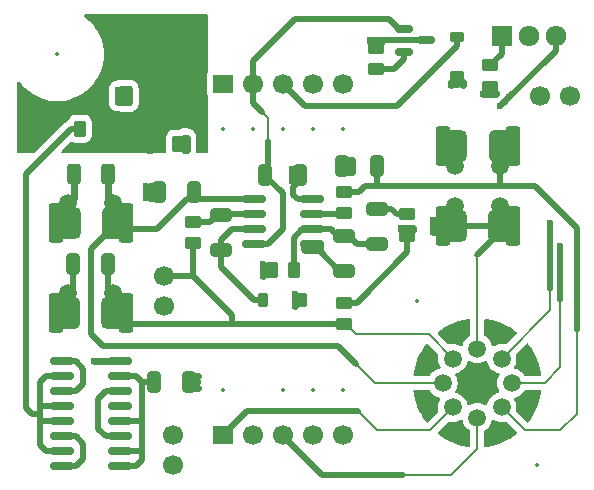
<source format=gtl>
%TF.GenerationSoftware,KiCad,Pcbnew,8.0.6*%
%TF.CreationDate,2024-11-19T20:08:14+01:00*%
%TF.ProjectId,3458A Ref A9 Clone,33343538-4120-4526-9566-20413920436c,rev?*%
%TF.SameCoordinates,Original*%
%TF.FileFunction,Copper,L1,Top*%
%TF.FilePolarity,Positive*%
%FSLAX46Y46*%
G04 Gerber Fmt 4.6, Leading zero omitted, Abs format (unit mm)*
G04 Created by KiCad (PCBNEW 8.0.6) date 2024-11-19 20:08:14*
%MOMM*%
%LPD*%
G01*
G04 APERTURE LIST*
G04 Aperture macros list*
%AMRoundRect*
0 Rectangle with rounded corners*
0 $1 Rounding radius*
0 $2 $3 $4 $5 $6 $7 $8 $9 X,Y pos of 4 corners*
0 Add a 4 corners polygon primitive as box body*
4,1,4,$2,$3,$4,$5,$6,$7,$8,$9,$2,$3,0*
0 Add four circle primitives for the rounded corners*
1,1,$1+$1,$2,$3*
1,1,$1+$1,$4,$5*
1,1,$1+$1,$6,$7*
1,1,$1+$1,$8,$9*
0 Add four rect primitives between the rounded corners*
20,1,$1+$1,$2,$3,$4,$5,0*
20,1,$1+$1,$4,$5,$6,$7,0*
20,1,$1+$1,$6,$7,$8,$9,0*
20,1,$1+$1,$8,$9,$2,$3,0*%
G04 Aperture macros list end*
%TA.AperFunction,EtchedComponent*%
%ADD10C,0.000000*%
%TD*%
%TA.AperFunction,ComponentPad*%
%ADD11C,1.500000*%
%TD*%
%TA.AperFunction,SMDPad,CuDef*%
%ADD12RoundRect,0.250000X-0.362500X-1.425000X0.362500X-1.425000X0.362500X1.425000X-0.362500X1.425000X0*%
%TD*%
%TA.AperFunction,SMDPad,CuDef*%
%ADD13RoundRect,0.405613X-0.588137X-0.919387X0.588137X-0.919387X0.588137X0.919387X-0.588137X0.919387X0*%
%TD*%
%TA.AperFunction,SMDPad,CuDef*%
%ADD14RoundRect,0.420919X-0.610331X-0.904081X0.610331X-0.904081X0.610331X0.904081X-0.610331X0.904081X0*%
%TD*%
%TA.AperFunction,SMDPad,CuDef*%
%ADD15RoundRect,0.250000X0.362500X1.425000X-0.362500X1.425000X-0.362500X-1.425000X0.362500X-1.425000X0*%
%TD*%
%TA.AperFunction,SMDPad,CuDef*%
%ADD16RoundRect,0.405613X0.588137X0.919387X-0.588137X0.919387X-0.588137X-0.919387X0.588137X-0.919387X0*%
%TD*%
%TA.AperFunction,SMDPad,CuDef*%
%ADD17RoundRect,0.420919X0.610331X0.904081X-0.610331X0.904081X-0.610331X-0.904081X0.610331X-0.904081X0*%
%TD*%
%TA.AperFunction,SMDPad,CuDef*%
%ADD18RoundRect,0.150000X0.825000X0.150000X-0.825000X0.150000X-0.825000X-0.150000X0.825000X-0.150000X0*%
%TD*%
%TA.AperFunction,SMDPad,CuDef*%
%ADD19RoundRect,0.225000X-0.375000X0.225000X-0.375000X-0.225000X0.375000X-0.225000X0.375000X0.225000X0*%
%TD*%
%TA.AperFunction,SMDPad,CuDef*%
%ADD20RoundRect,0.250000X0.262500X0.450000X-0.262500X0.450000X-0.262500X-0.450000X0.262500X-0.450000X0*%
%TD*%
%TA.AperFunction,SMDPad,CuDef*%
%ADD21RoundRect,0.250000X-0.450000X0.262500X-0.450000X-0.262500X0.450000X-0.262500X0.450000X0.262500X0*%
%TD*%
%TA.AperFunction,SMDPad,CuDef*%
%ADD22RoundRect,0.250000X-0.650000X0.325000X-0.650000X-0.325000X0.650000X-0.325000X0.650000X0.325000X0*%
%TD*%
%TA.AperFunction,SMDPad,CuDef*%
%ADD23RoundRect,0.250000X-0.262500X-0.450000X0.262500X-0.450000X0.262500X0.450000X-0.262500X0.450000X0*%
%TD*%
%TA.AperFunction,SMDPad,CuDef*%
%ADD24RoundRect,0.250000X0.650000X-0.325000X0.650000X0.325000X-0.650000X0.325000X-0.650000X-0.325000X0*%
%TD*%
%TA.AperFunction,ComponentPad*%
%ADD25R,1.700000X1.524000*%
%TD*%
%TA.AperFunction,ComponentPad*%
%ADD26C,1.700000*%
%TD*%
%TA.AperFunction,SMDPad,CuDef*%
%ADD27RoundRect,0.150000X-0.825000X-0.150000X0.825000X-0.150000X0.825000X0.150000X-0.825000X0.150000X0*%
%TD*%
%TA.AperFunction,SMDPad,CuDef*%
%ADD28RoundRect,0.250000X-0.312500X-0.625000X0.312500X-0.625000X0.312500X0.625000X-0.312500X0.625000X0*%
%TD*%
%TA.AperFunction,SMDPad,CuDef*%
%ADD29RoundRect,0.250000X-0.325000X-0.650000X0.325000X-0.650000X0.325000X0.650000X-0.325000X0.650000X0*%
%TD*%
%TA.AperFunction,SMDPad,CuDef*%
%ADD30RoundRect,0.250000X0.325000X0.650000X-0.325000X0.650000X-0.325000X-0.650000X0.325000X-0.650000X0*%
%TD*%
%TA.AperFunction,SMDPad,CuDef*%
%ADD31RoundRect,0.225000X0.225000X0.375000X-0.225000X0.375000X-0.225000X-0.375000X0.225000X-0.375000X0*%
%TD*%
%TA.AperFunction,SMDPad,CuDef*%
%ADD32RoundRect,0.250000X0.450000X-0.262500X0.450000X0.262500X-0.450000X0.262500X-0.450000X-0.262500X0*%
%TD*%
%TA.AperFunction,ComponentPad*%
%ADD33R,1.710000X1.800000*%
%TD*%
%TA.AperFunction,ComponentPad*%
%ADD34O,1.710000X1.800000*%
%TD*%
%TA.AperFunction,SMDPad,CuDef*%
%ADD35RoundRect,0.150000X-0.587500X-0.150000X0.587500X-0.150000X0.587500X0.150000X-0.587500X0.150000X0*%
%TD*%
%TA.AperFunction,SMDPad,CuDef*%
%ADD36R,0.500000X0.500000*%
%TD*%
%TA.AperFunction,ViaPad*%
%ADD37C,0.600000*%
%TD*%
%TA.AperFunction,Conductor*%
%ADD38C,0.508000*%
%TD*%
%TA.AperFunction,Conductor*%
%ADD39C,0.200000*%
%TD*%
%TA.AperFunction,Conductor*%
%ADD40C,0.600000*%
%TD*%
%ADD41C,0.300000*%
%ADD42C,0.350000*%
G04 APERTURE END LIST*
D10*
%TA.AperFunction,EtchedComponent*%
%TO.C,JP1*%
G36*
X171041799Y-111502000D02*
G01*
X168179799Y-111502000D01*
X168179799Y-111002000D01*
X171041799Y-111002000D01*
X171041799Y-111502000D01*
G37*
%TD.AperFunction*%
%TD*%
D11*
%TO.P,R3,2*%
%TO.N,Net-(JP1-A)*%
X171551600Y-109524800D03*
%TO.P,R3,1*%
%TO.N,+7V REF*%
X167741600Y-109524800D03*
D12*
X166709500Y-111252000D03*
D13*
X167740750Y-111252000D03*
D14*
%TO.P,R3,2*%
%TO.N,Net-(JP1-A)*%
X171565750Y-111252000D03*
D12*
X172634500Y-111252000D03*
%TD*%
%TO.P,R415,2*%
%TO.N,Net-(U402B-+)*%
X139893900Y-110998000D03*
D14*
X138861800Y-110998000D03*
D11*
X138811000Y-109270800D03*
D13*
%TO.P,R415,1*%
%TO.N,+7V REF*%
X135036800Y-110998000D03*
D11*
X135001000Y-109270800D03*
D12*
X133968900Y-110998000D03*
%TD*%
%TO.P,R413,2*%
%TO.N,Net-(C414-Pad1)*%
X172634500Y-104444800D03*
D14*
X171602400Y-104444800D03*
D11*
X171577000Y-106172000D03*
D13*
%TO.P,R413,1*%
%TO.N,+7V REF*%
X167777400Y-104444800D03*
D11*
X167767000Y-106172000D03*
D12*
X166709500Y-104444800D03*
%TD*%
D11*
%TO.P,R414,2*%
%TO.N,J400 (2): REF GND*%
X135001000Y-116890800D03*
%TO.P,R414,1*%
%TO.N,ZD-*%
X138811000Y-116890800D03*
D15*
X139868500Y-118618000D03*
D16*
X138800600Y-118618000D03*
D17*
%TO.P,R414,2*%
%TO.N,J400 (2): REF GND*%
X134975600Y-118618000D03*
D15*
X133943500Y-118618000D03*
%TD*%
D18*
%TO.P,U402,1*%
%TO.N,Net-(C1-Pad1)*%
X155637000Y-112776000D03*
%TO.P,U402,2,-*%
%TO.N,Net-(U402A--)*%
X155637000Y-111506000D03*
%TO.P,U402,3,+*%
%TO.N,Net-(U402A-+)*%
X155637000Y-110236000D03*
%TO.P,U402,4,V-*%
%TO.N,J400 (2): REF GND*%
X155637000Y-108966000D03*
%TO.P,U402,5,+*%
%TO.N,Net-(U402B-+)*%
X150687000Y-108966000D03*
%TO.P,U402,6,-*%
%TO.N,Net-(U402B--)*%
X150687000Y-110236000D03*
%TO.P,U402,7*%
%TO.N,Net-(D400-A)*%
X150687000Y-111506000D03*
%TO.P,U402,8,V+*%
%TO.N,+18*%
X150687000Y-112776000D03*
%TD*%
D19*
%TO.P,D401,1,K*%
%TO.N,J401 (3): GND Heater*%
X167894000Y-95251000D03*
%TO.P,D401,2,A*%
%TO.N,Net-(D401-A)*%
X167894000Y-98551000D03*
%TD*%
D20*
%TO.P,R416,1*%
%TO.N,Net-(U402A--)*%
X154074500Y-114935000D03*
%TO.P,R416,2*%
%TO.N,J400 (1): Temp*%
X152249500Y-114935000D03*
%TD*%
D21*
%TO.P,R1,1*%
%TO.N,Net-(U402B--)*%
X145542000Y-110847500D03*
%TO.P,R1,2*%
%TO.N,ZD-*%
X145542000Y-112672500D03*
%TD*%
D22*
%TO.P,C412,1*%
%TO.N,Net-(C412-Pad1)*%
X161163000Y-109776999D03*
%TO.P,C412,2*%
%TO.N,Net-(U402A--)*%
X161163000Y-112727001D03*
%TD*%
D23*
%TO.P,R5,1*%
%TO.N,J400 (2): REF GND*%
X135993500Y-102997000D03*
%TO.P,R5,2*%
%TO.N,-15*%
X137818500Y-102997000D03*
%TD*%
D24*
%TO.P,C1,1*%
%TO.N,Net-(C1-Pad1)*%
X158369000Y-115013001D03*
%TO.P,C1,2*%
%TO.N,Net-(U402A--)*%
X158369000Y-112062999D03*
%TD*%
D11*
%TO.P,U401,1*%
%TO.N,Net-(Q401-E)*%
X172543018Y-124519986D03*
%TO.P,U401,2*%
%TO.N,Net-(D401-A)*%
X171687770Y-122455234D03*
%TO.P,U401,3*%
%TO.N,Net-(JP1-A)*%
X169623018Y-121599986D03*
%TO.P,U401,4*%
%TO.N,ZD-*%
X167558266Y-122455234D03*
%TO.P,U401,5*%
%TO.N,Net-(U402B-+)*%
X166703018Y-124519986D03*
%TO.P,U401,6*%
%TO.N,J400 (1): Temp*%
X167558266Y-126584738D03*
%TO.P,U401,7*%
%TO.N,J400 (2): REF GND*%
X169623018Y-127439986D03*
%TO.P,U401,8*%
%TO.N,Net-(C414-Pad1)*%
X171687770Y-126584738D03*
%TD*%
D25*
%TO.P,J400,1,Pin_1*%
%TO.N,J400 (1): Temp*%
X148080000Y-128940000D03*
D26*
%TO.P,J400,2,Pin_2*%
%TO.N,unconnected-(J400-Pin_2-Pad2)*%
X150620000Y-128940000D03*
%TO.P,J400,3,Pin_3*%
%TO.N,J400 (2): REF GND*%
X153160000Y-128940000D03*
%TO.P,J400,4,Pin_4*%
%TO.N,+7V REF*%
X155700000Y-128940000D03*
%TO.P,J400,5,Pin_5*%
%TO.N,J400 (2): REF GND*%
X158240000Y-128940000D03*
%TD*%
D20*
%TO.P,R6,1*%
%TO.N,J400 (2): REF GND*%
X144295500Y-104267000D03*
%TO.P,R6,2*%
%TO.N,-15*%
X142470500Y-104267000D03*
%TD*%
D27*
%TO.P,RN1,1,R1.1*%
%TO.N,Net-(RN1A-R1.1)*%
X134431000Y-122682000D03*
%TO.P,RN1,2,R2.1*%
%TO.N,J400 (2): REF GND*%
X134431000Y-123952000D03*
%TO.P,RN1,3,R3.1*%
%TO.N,Net-(RN1A-R1.1)*%
X134431000Y-125222000D03*
%TO.P,RN1,4,R4.1*%
%TO.N,J400 (2): REF GND*%
X134431000Y-126492000D03*
%TO.P,RN1,5,R5.1*%
X134431000Y-127762000D03*
%TO.P,RN1,6,R6.1*%
%TO.N,Net-(RN1F-R6.1)*%
X134431000Y-129032000D03*
%TO.P,RN1,7,R7.1*%
%TO.N,J400 (2): REF GND*%
X134431000Y-130302000D03*
%TO.P,RN1,8,R8.1*%
%TO.N,Net-(RN1F-R6.1)*%
X134431000Y-131572000D03*
%TO.P,RN1,9,R8.2*%
%TO.N,J400 (1): Temp*%
X139381000Y-131572000D03*
%TO.P,RN1,10,R7.2*%
X139381000Y-130302000D03*
%TO.P,RN1,11,R6.2*%
%TO.N,Net-(RN1C-R3.2)*%
X139381000Y-129032000D03*
%TO.P,RN1,12,R5.2*%
%TO.N,J400 (1): Temp*%
X139381000Y-127762000D03*
%TO.P,RN1,13,R4.2*%
%TO.N,unconnected-(RN1D-R4.2-Pad13)*%
X139381000Y-126492000D03*
%TO.P,RN1,14,R3.2*%
%TO.N,Net-(RN1C-R3.2)*%
X139381000Y-125222000D03*
%TO.P,RN1,15,R2.2*%
%TO.N,J400 (1): Temp*%
X139381000Y-123952000D03*
%TO.P,RN1,16,R1.2*%
%TO.N,+7V REF*%
X139381000Y-122682000D03*
%TD*%
D28*
%TO.P,R2,2*%
%TO.N,Net-(U402B-+)*%
X138368500Y-106807000D03*
%TO.P,R2,1*%
%TO.N,+7V REF*%
X135443500Y-106807000D03*
%TD*%
D21*
%TO.P,R417,1*%
%TO.N,Net-(Q401-E)*%
X158369000Y-117705500D03*
%TO.P,R417,2*%
%TO.N,ZD-*%
X158369000Y-119530500D03*
%TD*%
D26*
%TO.P,TP2,1,1*%
%TO.N,J400 (2): REF GND*%
X143891000Y-131445000D03*
%TD*%
D28*
%TO.P,R419,1*%
%TO.N,J400 (2): REF GND*%
X139888500Y-100203000D03*
%TO.P,R419,2*%
%TO.N,-15*%
X142813500Y-100203000D03*
%TD*%
D22*
%TO.P,C3,1*%
%TO.N,Net-(U402B--)*%
X147955000Y-110284999D03*
%TO.P,C3,2*%
%TO.N,Net-(D400-A)*%
X147955000Y-113235001D03*
%TD*%
D29*
%TO.P,C413,1*%
%TO.N,+18*%
X151686999Y-106934000D03*
%TO.P,C413,2*%
%TO.N,J400 (2): REF GND*%
X154637001Y-106934000D03*
%TD*%
D30*
%TO.P,C414,1*%
%TO.N,Net-(C414-Pad1)*%
X161163000Y-106172000D03*
%TO.P,C414,2*%
%TO.N,J400 (2): REF GND*%
X158212998Y-106172000D03*
%TD*%
D26*
%TO.P,TP6,1,1*%
%TO.N,Net-(D401-A)*%
X174955200Y-100177600D03*
%TD*%
D31*
%TO.P,D400,1,K*%
%TO.N,+7V REF*%
X154812000Y-117475000D03*
%TO.P,D400,2,A*%
%TO.N,Net-(D400-A)*%
X151512000Y-117475000D03*
%TD*%
D32*
%TO.P,R421,1*%
%TO.N,Net-(Q1-S)*%
X161036000Y-97940500D03*
%TO.P,R421,2*%
%TO.N,+7V REF*%
X161036000Y-96115500D03*
%TD*%
D26*
%TO.P,TP3,1,1*%
%TO.N,ZD-*%
X143129000Y-115443000D03*
%TD*%
%TO.P,TP4,1,1*%
%TO.N,J400 (2): REF GND*%
X143129000Y-117983000D03*
%TD*%
D33*
%TO.P,Q401,1,B*%
%TO.N,J401 (1): Heater*%
X171715000Y-95122000D03*
D34*
%TO.P,Q401,2,C*%
%TO.N,+18H*%
X173994999Y-95122000D03*
%TO.P,Q401,3,E*%
%TO.N,Net-(Q401-E)*%
X176275000Y-95122000D03*
%TD*%
D26*
%TO.P,TP5,1,1*%
%TO.N,Net-(Q401-E)*%
X177495200Y-100177600D03*
%TD*%
D32*
%TO.P,R420,1*%
%TO.N,Net-(Q401-E)*%
X163703000Y-112037500D03*
%TO.P,R420,2*%
%TO.N,Net-(C412-Pad1)*%
X163703000Y-110212500D03*
%TD*%
%TO.P,R4,1*%
%TO.N,Net-(U402A-+)*%
X158369000Y-110132500D03*
%TO.P,R4,2*%
%TO.N,Net-(C414-Pad1)*%
X158369000Y-108307500D03*
%TD*%
D30*
%TO.P,C411,1*%
%TO.N,Net-(U402B-+)*%
X145620001Y-108331000D03*
%TO.P,C411,2*%
%TO.N,J400 (2): REF GND*%
X142669999Y-108331000D03*
%TD*%
D26*
%TO.P,TP1,1,1*%
%TO.N,J400 (1): Temp*%
X143891000Y-128905000D03*
%TD*%
D21*
%TO.P,R418,1*%
%TO.N,J401 (1): Heater*%
X170688000Y-97616000D03*
%TO.P,R418,2*%
%TO.N,Net-(C1-Pad1)*%
X170688000Y-99441000D03*
%TD*%
D35*
%TO.P,Q1,1,D*%
%TO.N,+18*%
X163400500Y-94554000D03*
%TO.P,Q1,2,S*%
%TO.N,Net-(Q1-S)*%
X163400500Y-96454000D03*
%TO.P,Q1,3,G*%
%TO.N,+7V REF*%
X165275501Y-95504000D03*
%TD*%
D29*
%TO.P,C4,2*%
%TO.N,J400 (2): REF GND*%
X145239001Y-124460000D03*
%TO.P,C4,1*%
%TO.N,J400 (1): Temp*%
X142288999Y-124460000D03*
%TD*%
D36*
%TO.P,JP1,2,B*%
%TO.N,+7V REF*%
X168340799Y-111252000D03*
%TO.P,JP1,1,A*%
%TO.N,Net-(JP1-A)*%
X170880799Y-111252000D03*
%TD*%
D30*
%TO.P,C5,1*%
%TO.N,ZD-*%
X138381001Y-114427000D03*
%TO.P,C5,2*%
%TO.N,J400 (2): REF GND*%
X135430999Y-114427000D03*
%TD*%
D25*
%TO.P,J401,1,Pin_1*%
%TO.N,J401 (1): Heater*%
X148090000Y-99210000D03*
D26*
%TO.P,J401,2,Pin_2*%
%TO.N,+18*%
X150630000Y-99210000D03*
%TO.P,J401,3,Pin_3*%
%TO.N,J401 (3): GND Heater*%
X153170000Y-99210000D03*
%TO.P,J401,4,Pin_4*%
%TO.N,-15*%
X155710000Y-99210000D03*
%TO.P,J401,5,Pin_5*%
%TO.N,+18H*%
X158250000Y-99210000D03*
%TD*%
D37*
%TO.N,J400 (2): REF GND*%
X145948499Y-123952001D03*
X145948500Y-124968001D03*
X145948500Y-124459998D03*
%TO.N,Net-(Q401-E)*%
X176657000Y-112903000D03*
X176657001Y-113918999D03*
X176657000Y-113411000D03*
%TO.N,Net-(D401-A)*%
X175768000Y-110998000D03*
X175768000Y-111506000D03*
X175768001Y-112013999D03*
%TO.N,J400 (2): REF GND*%
X153924000Y-106425999D03*
X153924001Y-107441999D03*
X153924000Y-106934000D03*
%TO.N,+7V REF*%
X160553400Y-95453201D03*
X137718800Y-122682000D03*
X154178000Y-116967000D03*
X165862000Y-110744001D03*
X154178000Y-117983000D03*
X154178000Y-117475000D03*
X138226800Y-122682000D03*
X137210801Y-122682001D03*
X165862001Y-111760000D03*
X165862000Y-111252001D03*
X161061399Y-95453200D03*
X161569399Y-95453200D03*
%TO.N,J400 (2): REF GND*%
X139215500Y-100203001D03*
X159052999Y-106172000D03*
X159052999Y-106680000D03*
X145033999Y-103759001D03*
X159052998Y-105664000D03*
X145034000Y-104267000D03*
X141554199Y-107822998D03*
X145034000Y-104775000D03*
X132588000Y-127635000D03*
X132588000Y-127127000D03*
X141554199Y-108330999D03*
X141554200Y-108838998D03*
X139215501Y-100710998D03*
X132588000Y-126619000D03*
X139215500Y-99694998D03*
%TO.N,J400 (1): Temp*%
X141224000Y-127254000D03*
X151511000Y-114935000D03*
X151511000Y-114427000D03*
X141224000Y-127762000D03*
X141224000Y-128270000D03*
X151511000Y-115443000D03*
%TO.N,Net-(D401-A)*%
X167386000Y-99314000D03*
X167894000Y-99314000D03*
X168402000Y-99314000D03*
%TO.N,unconnected-(J400-Pin_2-Pad2)*%
X167672582Y-129230870D03*
X168660411Y-129536199D03*
X173263271Y-126836632D03*
X170688000Y-124519986D03*
X168216436Y-124941614D03*
X167352836Y-120871572D03*
X170599625Y-120329957D03*
X168660411Y-128710015D03*
X165981604Y-126797168D03*
X170561000Y-128727200D03*
X173176832Y-123063000D03*
X164610004Y-125450968D03*
X165422804Y-125450968D03*
X170561000Y-129540000D03*
X168216436Y-124103414D03*
X173837232Y-123589004D03*
X164613805Y-123550379D03*
X164914804Y-126466968D03*
X173168239Y-125997718D03*
X174646231Y-125489593D03*
X168173032Y-120973172D03*
X171946664Y-120886733D03*
X174650032Y-123589004D03*
X166768636Y-120287372D03*
X171587454Y-119809102D03*
X171107750Y-120981765D03*
X165422028Y-121628604D03*
X165439989Y-123550379D03*
X171907200Y-128168400D03*
X166083204Y-125976972D03*
X167683036Y-119804772D03*
X170180000Y-124519986D03*
X173278432Y-122242804D03*
X173820047Y-125489593D03*
X172521400Y-120311996D03*
X171043600Y-124942600D03*
X168699036Y-120312772D03*
X171043600Y-124104400D03*
X174340902Y-126477422D03*
X166091797Y-123042254D03*
X164919134Y-122562550D03*
X173862632Y-121658604D03*
X174345232Y-122573004D03*
X166738636Y-128727976D03*
X167313372Y-128153239D03*
X165996765Y-122203340D03*
X172491400Y-128752600D03*
X169630018Y-124519986D03*
X165397404Y-127381368D03*
X173838008Y-127411368D03*
X171577000Y-129235200D03*
X170599625Y-119503773D03*
X168572036Y-124519000D03*
X169080036Y-124519000D03*
X171087004Y-128066800D03*
X168699036Y-119499972D03*
X168152286Y-128058207D03*
%TO.N,-15*%
X141743750Y-104267000D03*
X138545250Y-103505000D03*
X143510000Y-100710999D03*
X141743751Y-104774999D03*
X143509999Y-99695000D03*
X138545250Y-102997000D03*
X138545249Y-102489001D03*
X143510000Y-100203001D03*
X141743750Y-103759000D03*
%TO.N,Net-(Q401-E)*%
X163195000Y-111379000D03*
X164211000Y-111379000D03*
X172339000Y-100330000D03*
X171577000Y-101092000D03*
X163703000Y-111379000D03*
X171958000Y-100711000D03*
%TO.N,Net-(C1-Pad1)*%
X170149185Y-100077900D03*
X171226815Y-100077900D03*
X156210000Y-113284000D03*
X155067000Y-113284000D03*
X155637000Y-113284000D03*
X170688000Y-100077900D03*
%TD*%
D38*
%TO.N,Net-(JP1-A)*%
X171565750Y-111771250D02*
X171565750Y-111252000D01*
X169623018Y-113713982D02*
X171565750Y-111771250D01*
D39*
%TO.N,ZD-*%
X165499032Y-120396000D02*
X167558266Y-122455234D01*
X159385000Y-120396000D02*
X165499032Y-120396000D01*
X158519500Y-119530500D02*
X159385000Y-120396000D01*
X158369000Y-119530500D02*
X158519500Y-119530500D01*
%TO.N,Net-(JP1-A)*%
X169623018Y-121599986D02*
X169623018Y-113713982D01*
D38*
X171565750Y-111898250D02*
X171565750Y-111517250D01*
%TO.N,ZD-*%
X148844000Y-118745000D02*
X148844000Y-119530500D01*
X145542000Y-115443000D02*
X148844000Y-118745000D01*
X139713100Y-119530500D02*
X138800600Y-118618000D01*
X158369000Y-119530500D02*
X139713100Y-119530500D01*
%TO.N,J401 (1): Heater*%
X171715000Y-96636000D02*
X171715000Y-95122000D01*
%TO.N,Net-(Q401-E)*%
X176276000Y-96393000D02*
X176276000Y-95123000D01*
%TO.N,Net-(JP1-A)*%
X171565750Y-112025250D02*
X171565750Y-111252000D01*
%TO.N,Net-(C414-Pad1)*%
X171704000Y-107823000D02*
X160100000Y-107823000D01*
X174498000Y-107823000D02*
X171704000Y-107823000D01*
X171577000Y-106172000D02*
X171577000Y-107823000D01*
%TO.N,ZD-*%
X143129000Y-115443000D02*
X145542000Y-115443000D01*
X145542000Y-112672500D02*
X145542000Y-115443000D01*
%TO.N,Net-(U402A--)*%
X157782999Y-112062999D02*
X158369000Y-112062999D01*
X157226000Y-111506000D02*
X157782999Y-112062999D01*
X155637000Y-111506000D02*
X157226000Y-111506000D01*
X159463001Y-112727001D02*
X161163000Y-112727001D01*
X158798999Y-112062999D02*
X159463001Y-112727001D01*
X158369000Y-112062999D02*
X158798999Y-112062999D01*
%TO.N,J400 (1): Temp*%
X142288999Y-124460000D02*
X141224000Y-124460000D01*
X141224000Y-131064000D02*
X141224000Y-124460000D01*
X140716000Y-131572000D02*
X141224000Y-131064000D01*
X139381000Y-131572000D02*
X140716000Y-131572000D01*
X140716000Y-123952000D02*
X141224000Y-124460000D01*
X140716000Y-123952000D02*
X139381000Y-123952000D01*
D39*
%TO.N,J400 (2): REF GND*%
X169613014Y-130106986D02*
X169613014Y-127439986D01*
X167386000Y-132334000D02*
X169613014Y-130106986D01*
X163322000Y-132334000D02*
X167386000Y-132334000D01*
%TO.N,J400 (1): Temp*%
X165619004Y-128524000D02*
X167558266Y-126584738D01*
X161163000Y-128524000D02*
X165619004Y-128524000D01*
X159512000Y-126873000D02*
X161163000Y-128524000D01*
D38*
X159512000Y-126873000D02*
X150147000Y-126873000D01*
X150147000Y-126873000D02*
X148080000Y-128940000D01*
%TO.N,Net-(U402B-+)*%
X136906000Y-113157000D02*
X138861800Y-111201200D01*
X136906000Y-120396000D02*
X136906000Y-113157000D01*
X138861800Y-111201200D02*
X138861800Y-110998000D01*
D39*
X160968986Y-124519986D02*
X166703018Y-124519986D01*
X159385000Y-122936000D02*
X160968986Y-124519986D01*
D38*
X137922000Y-121412000D02*
X136906000Y-120396000D01*
X159385000Y-122936000D02*
X157861000Y-121412000D01*
X157861000Y-121412000D02*
X137922000Y-121412000D01*
%TO.N,J400 (2): REF GND*%
X163322000Y-132334000D02*
X156464000Y-132334000D01*
X156464000Y-132334000D02*
X153160000Y-129030000D01*
D40*
X145718000Y-123952001D02*
X145210000Y-124460001D01*
D38*
X145440500Y-124460000D02*
X145210000Y-124460001D01*
D40*
X145718000Y-124968001D02*
X145210000Y-124460001D01*
X145948499Y-123952001D02*
X145718000Y-123952001D01*
X145948500Y-124968001D02*
X145718000Y-124968001D01*
D38*
X135255000Y-102997000D02*
X135993500Y-102997000D01*
X131445000Y-106807000D02*
X135255000Y-102997000D01*
X131445000Y-126619000D02*
X131445000Y-106807000D01*
X131953000Y-127127000D02*
X131445000Y-126619000D01*
X132588000Y-127127000D02*
X131953000Y-127127000D01*
D39*
%TO.N,Net-(Q401-E)*%
X176657000Y-123190000D02*
X175327014Y-124519986D01*
X175327014Y-124519986D02*
X172543018Y-124519986D01*
X176657000Y-117475000D02*
X176657000Y-123190000D01*
%TO.N,Net-(C414-Pad1)*%
X173627032Y-128524000D02*
X171687770Y-126584738D01*
X176657000Y-128524000D02*
X173627032Y-128524000D01*
X178054000Y-127127000D02*
X176657000Y-128524000D01*
X178054000Y-120015000D02*
X178054000Y-127127000D01*
D38*
X159615500Y-108307500D02*
X158369000Y-108307500D01*
X160100000Y-107823000D02*
X159615500Y-108307500D01*
X178054000Y-111379000D02*
X174498000Y-107823000D01*
X178054000Y-120015000D02*
X178054000Y-111379000D01*
%TO.N,Net-(Q401-E)*%
X176657000Y-117475000D02*
X176657000Y-112903000D01*
D39*
%TO.N,Net-(D401-A)*%
X175768000Y-118375004D02*
X171687770Y-122455234D01*
D38*
X175768000Y-116586000D02*
X175768000Y-110998000D01*
D39*
X175768000Y-116586000D02*
X175768000Y-118375004D01*
D38*
%TO.N,Net-(U402B--)*%
X146962500Y-110847500D02*
X147574000Y-110236000D01*
X145542000Y-110847500D02*
X146962500Y-110847500D01*
X147574000Y-110236000D02*
X150687000Y-110236000D01*
%TO.N,+18*%
X153162000Y-108458000D02*
X153162000Y-111506000D01*
X151686999Y-106982999D02*
X153162000Y-108458000D01*
X153162000Y-111506000D02*
X151892000Y-112776000D01*
X151892000Y-112776000D02*
X150687000Y-112776000D01*
X151686999Y-106934000D02*
X151686999Y-106982999D01*
%TO.N,J401 (3): GND Heater*%
X167894000Y-96012000D02*
X167894000Y-95251000D01*
X162814000Y-101092000D02*
X167894000Y-96012000D01*
X155052000Y-101092000D02*
X162814000Y-101092000D01*
X153170000Y-99210000D02*
X155052000Y-101092000D01*
%TO.N,Net-(Q1-S)*%
X162536500Y-97940500D02*
X161036000Y-97940500D01*
X163400500Y-97076500D02*
X162536500Y-97940500D01*
X163400500Y-96454000D02*
X163400500Y-97076500D01*
%TO.N,+7V REF*%
X161620199Y-95504000D02*
X161569399Y-95453200D01*
X165275501Y-95504000D02*
X161620199Y-95504000D01*
%TO.N,J400 (1): Temp*%
X139381000Y-127762000D02*
X141224000Y-127762000D01*
%TO.N,Net-(U402A--)*%
X154074500Y-112244500D02*
X154074500Y-114935000D01*
X154813000Y-111506000D02*
X154074500Y-112244500D01*
X155637000Y-111506000D02*
X154813000Y-111506000D01*
%TO.N,J401 (1): Heater*%
X170735000Y-97616000D02*
X171715000Y-96636000D01*
X170688000Y-97616000D02*
X170862000Y-97616000D01*
%TO.N,Net-(D400-A)*%
X148844000Y-111506000D02*
X147955000Y-112395000D01*
X147955000Y-112395000D02*
X147955000Y-113235001D01*
X150687000Y-111506000D02*
X148844000Y-111506000D01*
X150749000Y-117475000D02*
X151512000Y-117475000D01*
X147955000Y-114681000D02*
X150749000Y-117475000D01*
X147955000Y-113235001D02*
X147955000Y-114681000D01*
D40*
%TO.N,+7V REF*%
X135443500Y-108828300D02*
X135443500Y-106934000D01*
X135001000Y-109270800D02*
X135443500Y-108828300D01*
%TO.N,Net-(U402B-+)*%
X138368500Y-108828300D02*
X138368500Y-106934000D01*
X138811000Y-109270800D02*
X138368500Y-108828300D01*
D38*
%TO.N,J400 (2): REF GND*%
X135430999Y-116460801D02*
X135430999Y-114554000D01*
X134258300Y-117633500D02*
X135430999Y-116460801D01*
X133943500Y-117633500D02*
X134258300Y-117633500D01*
%TO.N,ZD-*%
X139868500Y-117948300D02*
X139868500Y-118618000D01*
X138381001Y-114554000D02*
X138381001Y-116460801D01*
X138381001Y-116460801D02*
X139868500Y-117948300D01*
%TO.N,Net-(U402B-+)*%
X145034000Y-108966000D02*
X150687000Y-108966000D01*
X142494000Y-111506000D02*
X145034000Y-108966000D01*
X139893900Y-111506000D02*
X142494000Y-111506000D01*
%TO.N,Net-(U402A-+)*%
X158265500Y-110236000D02*
X158369000Y-110132500D01*
X155637000Y-110236000D02*
X158265500Y-110236000D01*
D40*
%TO.N,J400 (2): REF GND*%
X153924000Y-106425999D02*
X154154499Y-106425999D01*
X153924001Y-107441999D02*
X153924001Y-106426001D01*
X154154499Y-106425999D02*
X154662500Y-106934000D01*
X153924001Y-106426001D02*
X153924000Y-106425999D01*
X154154501Y-107441999D02*
X154662500Y-106934000D01*
X153924001Y-107441999D02*
X154154501Y-107441999D01*
D38*
X154432000Y-106934000D02*
X154662500Y-106934000D01*
%TO.N,Net-(Q401-E)*%
X163703000Y-113411000D02*
X163703000Y-112037500D01*
X159408500Y-117705500D02*
X163703000Y-113411000D01*
X158369000Y-117705500D02*
X159408500Y-117705500D01*
X171577000Y-101092000D02*
X176276000Y-96393000D01*
D40*
%TO.N,Net-(C1-Pad1)*%
X170149185Y-100077900D02*
X171226815Y-100077900D01*
X171226815Y-99979815D02*
X170688000Y-99441000D01*
X171226815Y-100077900D02*
X171226815Y-99979815D01*
X170149185Y-99979815D02*
X170688000Y-99441000D01*
X170149185Y-100077900D02*
X170149185Y-99979815D01*
D38*
X170688000Y-99925500D02*
X170688000Y-99441000D01*
D40*
%TO.N,+7V REF*%
X160553401Y-95453200D02*
X160553400Y-95453201D01*
X166201501Y-110744001D02*
X165862000Y-110744001D01*
X161569399Y-95453200D02*
X161569399Y-95582101D01*
X161569399Y-95582101D02*
X161036000Y-96115500D01*
D38*
X165862000Y-111759999D02*
X165862001Y-111760000D01*
D40*
X154686000Y-117475000D02*
X154178000Y-117983000D01*
X160553400Y-95453201D02*
X160553400Y-95632900D01*
X139381000Y-122682000D02*
X137210802Y-122682000D01*
X160553400Y-95632900D02*
X161036000Y-96115500D01*
X161569399Y-95453200D02*
X160553401Y-95453200D01*
X154812000Y-117475000D02*
X154686000Y-117475000D01*
X166709500Y-111252000D02*
X166201500Y-111760000D01*
X166709500Y-111252000D02*
X166201501Y-110744001D01*
X165862000Y-110744001D02*
X165862000Y-111759999D01*
X154178000Y-116967000D02*
X154178000Y-117983000D01*
X166201500Y-111760000D02*
X165862001Y-111760000D01*
X154686000Y-117475000D02*
X154178000Y-116967000D01*
%TO.N,J400 (2): REF GND*%
X159052999Y-106680000D02*
X158720999Y-106679999D01*
D38*
X144526000Y-104267000D02*
X144295500Y-104267000D01*
X132715000Y-127762000D02*
X132588000Y-127635000D01*
X133096000Y-130302000D02*
X134431000Y-130302000D01*
X154432000Y-108966000D02*
X154051000Y-108585000D01*
D40*
X158720999Y-106679999D02*
X158212998Y-106172000D01*
D38*
X132588000Y-127127000D02*
X132588000Y-127635000D01*
D40*
X145033999Y-104774999D02*
X145034000Y-104775000D01*
X158720999Y-105664000D02*
X158212998Y-106172000D01*
X139215500Y-99694998D02*
X139446000Y-99694998D01*
X141935199Y-107823000D02*
X141935200Y-108838999D01*
D38*
X154051000Y-108585000D02*
X154051000Y-107950000D01*
D40*
X159052999Y-106680000D02*
X159052998Y-105664000D01*
X142161998Y-107823001D02*
X142669998Y-108330999D01*
X145033999Y-103759001D02*
X144803499Y-103759001D01*
D38*
X134431000Y-126492000D02*
X132842000Y-126492000D01*
D40*
X144803499Y-103759001D02*
X144295500Y-104267000D01*
X144803500Y-104775000D02*
X144295500Y-104267000D01*
X139215501Y-100710998D02*
X139446001Y-100710998D01*
D38*
X132588000Y-124460000D02*
X132588000Y-126619000D01*
X132588000Y-127635000D02*
X132588000Y-129794000D01*
D40*
X141935200Y-108838999D02*
X142161998Y-108838999D01*
X139446000Y-99694998D02*
X139954000Y-100202999D01*
D38*
X134431000Y-123952000D02*
X133096000Y-123952000D01*
X133096000Y-123952000D02*
X132588000Y-124460000D01*
D40*
X145034000Y-104775000D02*
X144803500Y-104775000D01*
D38*
X139723500Y-100202999D02*
X139954000Y-100202999D01*
X132588000Y-126619000D02*
X132588000Y-127127000D01*
D40*
X141935199Y-107823000D02*
X142161998Y-107823001D01*
D38*
X154051000Y-107950000D02*
X154637001Y-107363999D01*
X155637000Y-108966000D02*
X154432000Y-108966000D01*
X132588000Y-129794000D02*
X133096000Y-130302000D01*
X132715000Y-126492000D02*
X132588000Y-126619000D01*
D40*
X145033999Y-103759001D02*
X145033999Y-104774999D01*
X139446001Y-100710998D02*
X139954000Y-100202999D01*
D38*
X134431000Y-127762000D02*
X132842000Y-127762000D01*
D40*
X159052998Y-105664000D02*
X158720999Y-105664000D01*
%TO.N,J400 (1): Temp*%
X151511000Y-114935000D02*
X151511000Y-115443000D01*
D38*
X139381000Y-130302000D02*
X141097000Y-130302000D01*
D40*
X151511000Y-114935000D02*
X151511000Y-114427000D01*
X152019000Y-114935000D02*
X151511000Y-114427000D01*
X152019000Y-114935000D02*
X151511000Y-115443000D01*
X152249500Y-114935000D02*
X152019000Y-114935000D01*
D38*
%TO.N,ZD-*%
X140122500Y-118364000D02*
X139868500Y-118618000D01*
%TO.N,Net-(C412-Pad1)*%
X162354999Y-109776999D02*
X162790500Y-110212500D01*
X162790500Y-110212500D02*
X163703000Y-110212500D01*
X161163000Y-109776999D02*
X162354999Y-109776999D01*
%TO.N,+18*%
X151900000Y-106720999D02*
X151686999Y-106934000D01*
X151900000Y-104013000D02*
X151900000Y-106720999D01*
X151686999Y-106934000D02*
X151686999Y-106631001D01*
X150630000Y-100846000D02*
X150630000Y-99210000D01*
X151384000Y-101600000D02*
X150630000Y-100846000D01*
D39*
X151900000Y-104013000D02*
X151900000Y-102116000D01*
X151900000Y-102116000D02*
X151384000Y-101600000D01*
D40*
%TO.N,Net-(D401-A)*%
X168402000Y-99059000D02*
X167894000Y-98551000D01*
X167386000Y-99059000D02*
X167894000Y-98551000D01*
X167386000Y-99314000D02*
X167386000Y-99059000D01*
X168402000Y-99314000D02*
X168402000Y-99059000D01*
D38*
X167894000Y-99314000D02*
X167894000Y-98551000D01*
D40*
%TO.N,-15*%
X138314749Y-102489001D02*
X137806750Y-102997000D01*
X143509999Y-99695000D02*
X143509999Y-100710998D01*
X138545249Y-102489001D02*
X138545249Y-103504999D01*
X138545249Y-102489001D02*
X138314749Y-102489001D01*
X143279499Y-99695000D02*
X142771500Y-100202999D01*
X143509999Y-100710998D02*
X143510000Y-100710999D01*
X143279500Y-100710999D02*
X142771500Y-100202999D01*
X138545249Y-103504999D02*
X138545250Y-103505000D01*
X138314750Y-103505000D02*
X137806750Y-102997000D01*
X141974251Y-104774999D02*
X142482250Y-104267000D01*
X141743750Y-103759000D02*
X141974250Y-103759000D01*
X141743751Y-104774999D02*
X141743751Y-103759001D01*
X141743751Y-103759001D02*
X141743750Y-103759000D01*
D38*
X138037250Y-102997000D02*
X137806750Y-102997000D01*
D40*
X143509999Y-99695000D02*
X143279499Y-99695000D01*
D38*
X142251750Y-104267000D02*
X142482250Y-104267000D01*
D40*
X141743751Y-104774999D02*
X141974251Y-104774999D01*
D38*
X143002000Y-100202999D02*
X142771500Y-100202999D01*
D40*
X141974250Y-103759000D02*
X142482250Y-104267000D01*
X138545250Y-103505000D02*
X138314750Y-103505000D01*
X143510000Y-100710999D02*
X143279500Y-100710999D01*
%TO.N,Net-(Q401-E)*%
X176276000Y-95123000D02*
X176275000Y-95122000D01*
X163195000Y-111379000D02*
X164211000Y-111379000D01*
X163195000Y-111379000D02*
X163195000Y-111529500D01*
X164211000Y-111529500D02*
X163703000Y-112037500D01*
X163195000Y-111529500D02*
X163703000Y-112037500D01*
X164211000Y-111379000D02*
X164211000Y-111529500D01*
%TO.N,Net-(C1-Pad1)*%
X156311600Y-112776000D02*
X156311600Y-113182400D01*
X154965400Y-113182400D02*
X155067000Y-113284000D01*
X155637000Y-112776000D02*
X156311600Y-112776000D01*
D38*
X158369000Y-115013001D02*
X157939001Y-115013001D01*
D40*
X155637000Y-112776000D02*
X154965400Y-112776000D01*
X154965400Y-112776000D02*
X154965400Y-113182400D01*
D38*
X157939001Y-115013001D02*
X156210000Y-113284000D01*
D40*
X156210000Y-113284000D02*
X155067000Y-113284000D01*
X156311600Y-113182400D02*
X156210000Y-113284000D01*
D38*
%TO.N,Net-(RN1C-R3.2)*%
X139381000Y-125222000D02*
X138176000Y-125222000D01*
X138176000Y-129032000D02*
X139381000Y-129032000D01*
X137541000Y-128397000D02*
X138176000Y-129032000D01*
X137541000Y-125857000D02*
X137541000Y-128397000D01*
X138176000Y-125222000D02*
X137541000Y-125857000D01*
%TO.N,Net-(RN1F-R6.1)*%
X135636000Y-131572000D02*
X134431000Y-131572000D01*
X134431000Y-129032000D02*
X135636000Y-129032000D01*
X135636000Y-129032000D02*
X136271000Y-129667000D01*
X136271000Y-129667000D02*
X136271000Y-130937000D01*
X136271000Y-130937000D02*
X135636000Y-131572000D01*
%TO.N,Net-(RN1A-R1.1)*%
X136271000Y-123317000D02*
X136271000Y-124587000D01*
X135636000Y-125222000D02*
X134431000Y-125222000D01*
X134431000Y-122682000D02*
X135636000Y-122682000D01*
X136271000Y-124587000D02*
X135636000Y-125222000D01*
X135636000Y-122682000D02*
X136271000Y-123317000D01*
%TO.N,Net-(C414-Pad1)*%
X161163000Y-106172000D02*
X161163000Y-107793999D01*
D39*
%TO.N,+18*%
X163007000Y-94554000D02*
X163400500Y-94554000D01*
D38*
X162179000Y-93726000D02*
X163007000Y-94554000D01*
X154194000Y-93726000D02*
X162179000Y-93726000D01*
X150630000Y-97290000D02*
X154194000Y-93726000D01*
X150630000Y-99210000D02*
X150630000Y-97290000D01*
%TD*%
%TA.AperFunction,Conductor*%
%TO.N,unconnected-(J400-Pin_2-Pad2)*%
G36*
X171000785Y-127630359D02*
G01*
X171003630Y-127632277D01*
X171060131Y-127671840D01*
X171258440Y-127764313D01*
X171469793Y-127820945D01*
X171469797Y-127820945D01*
X171469800Y-127820946D01*
X171687767Y-127840015D01*
X171687770Y-127840015D01*
X171687773Y-127840015D01*
X171905737Y-127820946D01*
X171905737Y-127820945D01*
X171905747Y-127820945D01*
X171983819Y-127800025D01*
X172044918Y-127803227D01*
X172079444Y-127825648D01*
X172953287Y-128699491D01*
X172981064Y-128754008D01*
X172971493Y-128814440D01*
X172942071Y-128849150D01*
X172705242Y-129023937D01*
X172699125Y-129028108D01*
X172360053Y-129241162D01*
X172353658Y-129244854D01*
X171999617Y-129431969D01*
X171992961Y-129435175D01*
X171625911Y-129595317D01*
X171619020Y-129598021D01*
X171241056Y-129730277D01*
X171233981Y-129732460D01*
X170847181Y-129836102D01*
X170839963Y-129837749D01*
X170446503Y-129912196D01*
X170439182Y-129913300D01*
X170323598Y-129926323D01*
X170263657Y-129914049D01*
X170222377Y-129868887D01*
X170213514Y-129827945D01*
X170213514Y-128604631D01*
X170232421Y-128546440D01*
X170255727Y-128523537D01*
X170429895Y-128401584D01*
X170584616Y-128246863D01*
X170710120Y-128067625D01*
X170802593Y-127869316D01*
X170851240Y-127687761D01*
X170884563Y-127636450D01*
X170941685Y-127614523D01*
X171000785Y-127630359D01*
G37*
%TD.AperFunction*%
%TA.AperFunction,Conductor*%
G36*
X168358748Y-127634322D02*
G01*
X168393843Y-127684441D01*
X168394796Y-127687764D01*
X168443443Y-127869316D01*
X168535916Y-128067625D01*
X168661420Y-128246863D01*
X168816141Y-128401584D01*
X168970299Y-128509527D01*
X169007120Y-128558389D01*
X169012514Y-128590621D01*
X169012514Y-129817243D01*
X168993607Y-129875434D01*
X168983520Y-129887244D01*
X168977341Y-129893422D01*
X168922826Y-129921199D01*
X168896255Y-129921796D01*
X168820851Y-129913300D01*
X168813530Y-129912196D01*
X168420071Y-129837749D01*
X168412853Y-129836102D01*
X168026053Y-129732460D01*
X168018978Y-129730277D01*
X167641014Y-129598021D01*
X167634123Y-129595317D01*
X167267073Y-129435175D01*
X167260427Y-129431974D01*
X166906365Y-129244847D01*
X166899989Y-129241167D01*
X166649187Y-129083577D01*
X166560909Y-129028108D01*
X166554792Y-129023937D01*
X166309908Y-128843205D01*
X166274315Y-128793438D01*
X166274773Y-128732254D01*
X166298690Y-128693548D01*
X167166592Y-127825646D01*
X167221107Y-127797871D01*
X167262214Y-127800024D01*
X167340289Y-127820945D01*
X167340293Y-127820945D01*
X167340296Y-127820946D01*
X167558263Y-127840015D01*
X167558266Y-127840015D01*
X167558269Y-127840015D01*
X167776235Y-127820946D01*
X167776236Y-127820945D01*
X167776243Y-127820945D01*
X167987596Y-127764313D01*
X168185905Y-127671840D01*
X168242388Y-127632289D01*
X168300896Y-127614402D01*
X168358748Y-127634322D01*
G37*
%TD.AperFunction*%
%TA.AperFunction,Conductor*%
G36*
X174994253Y-125139393D02*
G01*
X175030217Y-125188893D01*
X175034439Y-125230571D01*
X175023331Y-125329153D01*
X175022228Y-125336473D01*
X174947781Y-125729931D01*
X174946134Y-125737149D01*
X174842492Y-126123949D01*
X174840309Y-126131024D01*
X174708053Y-126508988D01*
X174705349Y-126515879D01*
X174545207Y-126882929D01*
X174542001Y-126889585D01*
X174354886Y-127243626D01*
X174351194Y-127250021D01*
X174138140Y-127589093D01*
X174133969Y-127595210D01*
X173953237Y-127840094D01*
X173903470Y-127875687D01*
X173842286Y-127875229D01*
X173803578Y-127851310D01*
X172928680Y-126976412D01*
X172900903Y-126921895D01*
X172903057Y-126880787D01*
X172923977Y-126802715D01*
X172927864Y-126758284D01*
X172943047Y-126584741D01*
X172943047Y-126584734D01*
X172923978Y-126366768D01*
X172923977Y-126366765D01*
X172923977Y-126366761D01*
X172867345Y-126155408D01*
X172774872Y-125957100D01*
X172735322Y-125900617D01*
X172717434Y-125842106D01*
X172737354Y-125784254D01*
X172787475Y-125749160D01*
X172790752Y-125748219D01*
X172972348Y-125699561D01*
X173170657Y-125607088D01*
X173349895Y-125481584D01*
X173504616Y-125326863D01*
X173619563Y-125162702D01*
X173668428Y-125125880D01*
X173700659Y-125120486D01*
X174936062Y-125120486D01*
X174994253Y-125139393D01*
G37*
%TD.AperFunction*%
%TA.AperFunction,Conductor*%
G36*
X165603568Y-125139393D02*
G01*
X165626473Y-125162702D01*
X165738848Y-125323191D01*
X165741420Y-125326863D01*
X165896141Y-125481584D01*
X165896144Y-125481586D01*
X165896145Y-125481587D01*
X165935836Y-125509379D01*
X166075379Y-125607088D01*
X166273688Y-125699561D01*
X166455240Y-125748207D01*
X166506553Y-125781531D01*
X166528480Y-125838653D01*
X166512644Y-125897753D01*
X166510713Y-125900617D01*
X166471161Y-125957104D01*
X166471158Y-125957110D01*
X166378692Y-126155404D01*
X166322057Y-126366768D01*
X166302989Y-126584734D01*
X166302989Y-126584741D01*
X166322057Y-126802710D01*
X166342977Y-126880787D01*
X166339774Y-126941888D01*
X166317354Y-126976411D01*
X165450512Y-127843255D01*
X165395995Y-127871033D01*
X165335563Y-127861462D01*
X165300853Y-127832040D01*
X165126065Y-127595210D01*
X165121894Y-127589093D01*
X165063221Y-127495716D01*
X164908830Y-127250004D01*
X164905159Y-127243646D01*
X164718022Y-126889564D01*
X164714834Y-126882944D01*
X164554683Y-126515875D01*
X164551981Y-126508988D01*
X164517413Y-126410200D01*
X164419724Y-126131021D01*
X164417542Y-126123949D01*
X164356933Y-125897753D01*
X164313899Y-125737146D01*
X164312253Y-125729931D01*
X164306507Y-125699561D01*
X164237805Y-125336466D01*
X164236702Y-125329152D01*
X164236030Y-125323191D01*
X164233876Y-125304071D01*
X164225595Y-125230570D01*
X164237869Y-125170628D01*
X164283031Y-125129349D01*
X164323973Y-125120486D01*
X165545377Y-125120486D01*
X165603568Y-125139393D01*
G37*
%TD.AperFunction*%
%TA.AperFunction,Conductor*%
G36*
X170423500Y-122649570D02*
G01*
X170458595Y-122699689D01*
X170459548Y-122703012D01*
X170508195Y-122884564D01*
X170522864Y-122916021D01*
X170600667Y-123082871D01*
X170723600Y-123258439D01*
X170726172Y-123262111D01*
X170880893Y-123416832D01*
X170880896Y-123416834D01*
X170880897Y-123416835D01*
X170920588Y-123444627D01*
X171060131Y-123542336D01*
X171258440Y-123634809D01*
X171439992Y-123683455D01*
X171491305Y-123716779D01*
X171513232Y-123773901D01*
X171497396Y-123833001D01*
X171495465Y-123835865D01*
X171455913Y-123892352D01*
X171455910Y-123892358D01*
X171363444Y-124090652D01*
X171306809Y-124302016D01*
X171287741Y-124519982D01*
X171287741Y-124519989D01*
X171306809Y-124737955D01*
X171306810Y-124737962D01*
X171306811Y-124737963D01*
X171363443Y-124949316D01*
X171424178Y-125079563D01*
X171455915Y-125147623D01*
X171495464Y-125204105D01*
X171513353Y-125262617D01*
X171493433Y-125320469D01*
X171443313Y-125355563D01*
X171439992Y-125356516D01*
X171258434Y-125405164D01*
X171060142Y-125497630D01*
X171060134Y-125497634D01*
X170880897Y-125623136D01*
X170726168Y-125777865D01*
X170600666Y-125957102D01*
X170600662Y-125957110D01*
X170508196Y-126155402D01*
X170459548Y-126336960D01*
X170426223Y-126388274D01*
X170369102Y-126410200D01*
X170310001Y-126394364D01*
X170307145Y-126392437D01*
X170250657Y-126352884D01*
X170052348Y-126260411D01*
X169840995Y-126203779D01*
X169840994Y-126203778D01*
X169840987Y-126203777D01*
X169623021Y-126184709D01*
X169623015Y-126184709D01*
X169405048Y-126203777D01*
X169193684Y-126260412D01*
X168995390Y-126352878D01*
X168995384Y-126352881D01*
X168938897Y-126392433D01*
X168880384Y-126410321D01*
X168822533Y-126390400D01*
X168787439Y-126340279D01*
X168786495Y-126336988D01*
X168737841Y-126155408D01*
X168645368Y-125957100D01*
X168561558Y-125837406D01*
X168519867Y-125777865D01*
X168519866Y-125777864D01*
X168519864Y-125777861D01*
X168365143Y-125623140D01*
X168365139Y-125623137D01*
X168365138Y-125623136D01*
X168265701Y-125553510D01*
X168185905Y-125497636D01*
X167987596Y-125405163D01*
X167850315Y-125368378D01*
X167806044Y-125356516D01*
X167754729Y-125323191D01*
X167732803Y-125266070D01*
X167748639Y-125206969D01*
X167750521Y-125204178D01*
X167790120Y-125147625D01*
X167882593Y-124949316D01*
X167939225Y-124737963D01*
X167953389Y-124576072D01*
X167958295Y-124519989D01*
X167958295Y-124519982D01*
X167939226Y-124302016D01*
X167939225Y-124302013D01*
X167939225Y-124302009D01*
X167882593Y-124090656D01*
X167821858Y-123960409D01*
X167790125Y-123892358D01*
X167790121Y-123892350D01*
X167750571Y-123835866D01*
X167732682Y-123777354D01*
X167752602Y-123719502D01*
X167802723Y-123684408D01*
X167806000Y-123683467D01*
X167987596Y-123634809D01*
X168185905Y-123542336D01*
X168365143Y-123416832D01*
X168519864Y-123262111D01*
X168645368Y-123082873D01*
X168737841Y-122884564D01*
X168786488Y-122703009D01*
X168819811Y-122651698D01*
X168876933Y-122629771D01*
X168936033Y-122645607D01*
X168938878Y-122647525D01*
X168995379Y-122687088D01*
X169193688Y-122779561D01*
X169405041Y-122836193D01*
X169405045Y-122836193D01*
X169405048Y-122836194D01*
X169623015Y-122855263D01*
X169623018Y-122855263D01*
X169623021Y-122855263D01*
X169840987Y-122836194D01*
X169840988Y-122836193D01*
X169840995Y-122836193D01*
X170052348Y-122779561D01*
X170250657Y-122687088D01*
X170307140Y-122647537D01*
X170365648Y-122629650D01*
X170423500Y-122649570D01*
G37*
%TD.AperFunction*%
%TA.AperFunction,Conductor*%
G36*
X165411803Y-121172796D02*
G01*
X165450511Y-121196715D01*
X166317354Y-122063558D01*
X166345131Y-122118075D01*
X166342977Y-122159183D01*
X166322057Y-122237261D01*
X166322057Y-122237263D01*
X166302989Y-122455230D01*
X166302989Y-122455237D01*
X166322057Y-122673203D01*
X166322058Y-122673210D01*
X166322059Y-122673211D01*
X166378691Y-122884564D01*
X166393360Y-122916021D01*
X166471163Y-123082871D01*
X166510712Y-123139353D01*
X166528601Y-123197865D01*
X166508681Y-123255717D01*
X166458561Y-123290811D01*
X166455240Y-123291764D01*
X166273682Y-123340412D01*
X166075390Y-123432878D01*
X166075382Y-123432882D01*
X165896145Y-123558384D01*
X165741416Y-123713113D01*
X165626474Y-123877270D01*
X165577610Y-123914092D01*
X165545378Y-123919486D01*
X164323973Y-123919486D01*
X164265782Y-123900579D01*
X164229818Y-123851079D01*
X164225595Y-123809402D01*
X164236702Y-123710820D01*
X164237806Y-123703499D01*
X164265263Y-123558388D01*
X164312254Y-123310030D01*
X164313900Y-123302821D01*
X164417545Y-122916010D01*
X164419725Y-122908946D01*
X164428257Y-122884563D01*
X164551986Y-122530968D01*
X164554679Y-122524104D01*
X164714839Y-122157015D01*
X164718016Y-122150417D01*
X164905165Y-121796312D01*
X164908823Y-121789977D01*
X165121902Y-121450864D01*
X165126055Y-121444773D01*
X165300853Y-121207930D01*
X165350619Y-121172338D01*
X165411803Y-121172796D01*
G37*
%TD.AperFunction*%
%TA.AperFunction,Conductor*%
G36*
X173918527Y-121170454D02*
G01*
X173953237Y-121199876D01*
X174133969Y-121444760D01*
X174138140Y-121450877D01*
X174351194Y-121789949D01*
X174354879Y-121796333D01*
X174542006Y-122150395D01*
X174545205Y-122157037D01*
X174546142Y-122159185D01*
X174705349Y-122524091D01*
X174708053Y-122530982D01*
X174840309Y-122908946D01*
X174842492Y-122916021D01*
X174946134Y-123302821D01*
X174947781Y-123310039D01*
X175022228Y-123703499D01*
X175023331Y-123710819D01*
X175034439Y-123809401D01*
X175022167Y-123869343D01*
X174977005Y-123910623D01*
X174936062Y-123919486D01*
X173700658Y-123919486D01*
X173642467Y-123900579D01*
X173619562Y-123877270D01*
X173504619Y-123713113D01*
X173504618Y-123713112D01*
X173504616Y-123713109D01*
X173349895Y-123558388D01*
X173349891Y-123558385D01*
X173349890Y-123558384D01*
X173250453Y-123488758D01*
X173170657Y-123432884D01*
X172972348Y-123340411D01*
X172826347Y-123301290D01*
X172790796Y-123291764D01*
X172739481Y-123258439D01*
X172717555Y-123201318D01*
X172733391Y-123142217D01*
X172735273Y-123139426D01*
X172774872Y-123082873D01*
X172867345Y-122884564D01*
X172923977Y-122673211D01*
X172926046Y-122649570D01*
X172943047Y-122455237D01*
X172943047Y-122455230D01*
X172923978Y-122237264D01*
X172923977Y-122237261D01*
X172923977Y-122237257D01*
X172903057Y-122159183D01*
X172906260Y-122098084D01*
X172928678Y-122063560D01*
X173803580Y-121188658D01*
X173858095Y-121160883D01*
X173918527Y-121170454D01*
G37*
%TD.AperFunction*%
%TA.AperFunction,Conductor*%
G36*
X170439192Y-119126671D02*
G01*
X170446467Y-119127767D01*
X170839972Y-119202222D01*
X170847178Y-119203867D01*
X171233984Y-119307511D01*
X171241053Y-119309692D01*
X171619025Y-119441951D01*
X171625907Y-119444651D01*
X171992976Y-119604802D01*
X171999596Y-119607990D01*
X172353678Y-119795127D01*
X172360036Y-119798798D01*
X172699125Y-120011862D01*
X172705241Y-120016032D01*
X172942072Y-120190821D01*
X172977665Y-120240587D01*
X172977207Y-120301771D01*
X172953288Y-120340479D01*
X172079444Y-121214322D01*
X172024927Y-121242099D01*
X171983819Y-121239945D01*
X171905742Y-121219025D01*
X171687773Y-121199957D01*
X171687767Y-121199957D01*
X171469800Y-121219025D01*
X171258436Y-121275660D01*
X171060142Y-121368126D01*
X171060136Y-121368129D01*
X171003649Y-121407681D01*
X170945136Y-121425569D01*
X170887285Y-121405648D01*
X170852191Y-121355527D01*
X170851247Y-121352236D01*
X170802593Y-121170656D01*
X170773433Y-121108123D01*
X170710125Y-120972358D01*
X170710121Y-120972350D01*
X170584619Y-120793113D01*
X170584618Y-120793112D01*
X170584616Y-120793109D01*
X170429895Y-120638388D01*
X170429891Y-120638385D01*
X170429890Y-120638384D01*
X170265734Y-120523440D01*
X170228912Y-120474575D01*
X170223518Y-120442344D01*
X170223518Y-119213150D01*
X170242425Y-119154959D01*
X170291925Y-119118995D01*
X170333599Y-119114773D01*
X170439192Y-119126671D01*
G37*
%TD.AperFunction*%
%TA.AperFunction,Conductor*%
G36*
X168972375Y-119128622D02*
G01*
X169013655Y-119173784D01*
X169022518Y-119214727D01*
X169022518Y-120442346D01*
X169003611Y-120500537D01*
X168980302Y-120523442D01*
X168816145Y-120638384D01*
X168661416Y-120793113D01*
X168535914Y-120972350D01*
X168535910Y-120972358D01*
X168443444Y-121170650D01*
X168394796Y-121352208D01*
X168361471Y-121403522D01*
X168304350Y-121425448D01*
X168245249Y-121409612D01*
X168242393Y-121407685D01*
X168185905Y-121368132D01*
X167987596Y-121275659D01*
X167776243Y-121219027D01*
X167776242Y-121219026D01*
X167776235Y-121219025D01*
X167558269Y-121199957D01*
X167558263Y-121199957D01*
X167340295Y-121219025D01*
X167340293Y-121219025D01*
X167262215Y-121239945D01*
X167201113Y-121236742D01*
X167166590Y-121214322D01*
X166745377Y-120793109D01*
X166298690Y-120346423D01*
X166270914Y-120291907D01*
X166280485Y-120231475D01*
X166309904Y-120196767D01*
X166554805Y-120016023D01*
X166560896Y-120011870D01*
X166900009Y-119798791D01*
X166906344Y-119795133D01*
X167260449Y-119607984D01*
X167267047Y-119604807D01*
X167634136Y-119444647D01*
X167641000Y-119441954D01*
X168018989Y-119309689D01*
X168026042Y-119307513D01*
X168412862Y-119203865D01*
X168420056Y-119202223D01*
X168813571Y-119127766D01*
X168820838Y-119126671D01*
X168912436Y-119116350D01*
X168972375Y-119128622D01*
G37*
%TD.AperFunction*%
%TD*%
%TA.AperFunction,Conductor*%
%TO.N,-15*%
G36*
X146755039Y-93310185D02*
G01*
X146800794Y-93362989D01*
X146812000Y-93414500D01*
X146812000Y-98145091D01*
X146798715Y-98197139D01*
X146799303Y-98197359D01*
X146797264Y-98202824D01*
X146796832Y-98204519D01*
X146796202Y-98205671D01*
X146745908Y-98340517D01*
X146739501Y-98400116D01*
X146739500Y-98400135D01*
X146739500Y-100019870D01*
X146739501Y-100019876D01*
X146745908Y-100079481D01*
X146745909Y-100079483D01*
X146796204Y-100214331D01*
X146796205Y-100214332D01*
X146796831Y-100215478D01*
X146797260Y-100217162D01*
X146799304Y-100222640D01*
X146798715Y-100222859D01*
X146812000Y-100274907D01*
X146812000Y-104955800D01*
X146792315Y-105022839D01*
X146739511Y-105068594D01*
X146688000Y-105079800D01*
X145943979Y-105079800D01*
X145876940Y-105060115D01*
X145831185Y-105007311D01*
X145820758Y-104941921D01*
X145823588Y-104916795D01*
X145825110Y-104903287D01*
X145826707Y-104893017D01*
X145834500Y-104853842D01*
X145834500Y-104826914D01*
X145835280Y-104813029D01*
X145839565Y-104775001D01*
X145839565Y-104774998D01*
X145835280Y-104736969D01*
X145834500Y-104723085D01*
X145834500Y-104691048D01*
X145834499Y-104691022D01*
X145834499Y-104318923D01*
X145835279Y-104305038D01*
X145839565Y-104267001D01*
X145839565Y-104266998D01*
X145835279Y-104228960D01*
X145834499Y-104215076D01*
X145834499Y-103810915D01*
X145835279Y-103797030D01*
X145839564Y-103759002D01*
X145839564Y-103758999D01*
X145835279Y-103720970D01*
X145834499Y-103707086D01*
X145834499Y-103680158D01*
X145826710Y-103641004D01*
X145825109Y-103630715D01*
X145819367Y-103579746D01*
X145811022Y-103555899D01*
X145806448Y-103539140D01*
X145803736Y-103525504D01*
X145783483Y-103476608D01*
X145781027Y-103470176D01*
X145759788Y-103409479D01*
X145753288Y-103399135D01*
X145743718Y-103380607D01*
X145743393Y-103379822D01*
X145706789Y-103325041D01*
X145704904Y-103322132D01*
X145663814Y-103256738D01*
X145536259Y-103129183D01*
X145536256Y-103129181D01*
X145470899Y-103088115D01*
X145467981Y-103086224D01*
X145413178Y-103049606D01*
X145413172Y-103049604D01*
X145412364Y-103049269D01*
X145393864Y-103039710D01*
X145383523Y-103033213D01*
X145383522Y-103033212D01*
X145383521Y-103033212D01*
X145322866Y-103011987D01*
X145316376Y-103009510D01*
X145267495Y-102989263D01*
X145253859Y-102986551D01*
X145237103Y-102981977D01*
X145213259Y-102973634D01*
X145213255Y-102973633D01*
X145213254Y-102973633D01*
X145192574Y-102971302D01*
X145162302Y-102967891D01*
X145152002Y-102966289D01*
X145112843Y-102958501D01*
X145112841Y-102958501D01*
X145085914Y-102958501D01*
X145072030Y-102957721D01*
X145034001Y-102953436D01*
X145033997Y-102953436D01*
X144995968Y-102957721D01*
X144982084Y-102958501D01*
X144724654Y-102958501D01*
X144570009Y-102989262D01*
X144569997Y-102989265D01*
X144424327Y-103049603D01*
X144420106Y-103051860D01*
X144361655Y-103066500D01*
X143982998Y-103066500D01*
X143982980Y-103066501D01*
X143880203Y-103077000D01*
X143880200Y-103077001D01*
X143713668Y-103132185D01*
X143713663Y-103132187D01*
X143564342Y-103224289D01*
X143440289Y-103348342D01*
X143348187Y-103497663D01*
X143348186Y-103497666D01*
X143293001Y-103664203D01*
X143293001Y-103664204D01*
X143293000Y-103664204D01*
X143282500Y-103766983D01*
X143282500Y-104767001D01*
X143282501Y-104767019D01*
X143293000Y-104869796D01*
X143308575Y-104916795D01*
X143310977Y-104986624D01*
X143275246Y-105046666D01*
X143212725Y-105077859D01*
X143190869Y-105079800D01*
X134538586Y-105079800D01*
X134471547Y-105060115D01*
X134425792Y-105007311D01*
X134415848Y-104938153D01*
X134444873Y-104874597D01*
X134450905Y-104868119D01*
X135013985Y-104305038D01*
X135203511Y-104115511D01*
X135264832Y-104082028D01*
X135334523Y-104087012D01*
X135356287Y-104097656D01*
X135411657Y-104131809D01*
X135411660Y-104131810D01*
X135411666Y-104131814D01*
X135578203Y-104186999D01*
X135680991Y-104197500D01*
X136306008Y-104197499D01*
X136306016Y-104197498D01*
X136306019Y-104197498D01*
X136362302Y-104191748D01*
X136408797Y-104186999D01*
X136575334Y-104131814D01*
X136724656Y-104039712D01*
X136848712Y-103915656D01*
X136940814Y-103766334D01*
X136995999Y-103599797D01*
X137006500Y-103497009D01*
X137006499Y-102496992D01*
X136995999Y-102394203D01*
X136940814Y-102227666D01*
X136848712Y-102078344D01*
X136724656Y-101954288D01*
X136575334Y-101862186D01*
X136408797Y-101807001D01*
X136408795Y-101807000D01*
X136306010Y-101796500D01*
X135680998Y-101796500D01*
X135680980Y-101796501D01*
X135578203Y-101807000D01*
X135578200Y-101807001D01*
X135411668Y-101862185D01*
X135411663Y-101862187D01*
X135262342Y-101954289D01*
X135138289Y-102078342D01*
X135046181Y-102227673D01*
X135043926Y-102232510D01*
X134997749Y-102284944D01*
X134979122Y-102294605D01*
X134978164Y-102295003D01*
X134978045Y-102295053D01*
X134897608Y-102328371D01*
X134774033Y-102410941D01*
X134721487Y-102463487D01*
X134668941Y-102516034D01*
X132141494Y-105043481D01*
X132080171Y-105076966D01*
X132053813Y-105079800D01*
X130794500Y-105079800D01*
X130727461Y-105060115D01*
X130681706Y-105007311D01*
X130670500Y-104955800D01*
X130670500Y-99123715D01*
X130690185Y-99056676D01*
X130742989Y-99010921D01*
X130812147Y-99000977D01*
X130875703Y-99030002D01*
X130892556Y-99047814D01*
X131055767Y-99258666D01*
X131063745Y-99268972D01*
X131298318Y-99515743D01*
X131339421Y-99558983D01*
X131643018Y-99819613D01*
X131643021Y-99819615D01*
X131971432Y-100048196D01*
X132321283Y-100242379D01*
X132688984Y-100400172D01*
X132688994Y-100400175D01*
X132688999Y-100400177D01*
X133070751Y-100519953D01*
X133070754Y-100519953D01*
X133070762Y-100519956D01*
X133462700Y-100600501D01*
X133773933Y-100632150D01*
X133860775Y-100640981D01*
X133860776Y-100640981D01*
X134260905Y-100640981D01*
X134347747Y-100632150D01*
X134658980Y-100600501D01*
X135050918Y-100519956D01*
X135142784Y-100491133D01*
X135432680Y-100400177D01*
X135432679Y-100400177D01*
X135432696Y-100400172D01*
X135800397Y-100242379D01*
X136150248Y-100048196D01*
X136478659Y-99819615D01*
X136623823Y-99694996D01*
X138409935Y-99694996D01*
X138409935Y-99694999D01*
X138414220Y-99733027D01*
X138415000Y-99746912D01*
X138415000Y-99773842D01*
X138422788Y-99813001D01*
X138424390Y-99823301D01*
X138430132Y-99874250D01*
X138430133Y-99874258D01*
X138438476Y-99898102D01*
X138443050Y-99914859D01*
X138445573Y-99927542D01*
X138440999Y-99992686D01*
X138430131Y-100023747D01*
X138409935Y-100202997D01*
X138409935Y-100203004D01*
X138430130Y-100382247D01*
X138430133Y-100382259D01*
X138440998Y-100413312D01*
X138445574Y-100478453D01*
X138443052Y-100491133D01*
X138438476Y-100507896D01*
X138430135Y-100531733D01*
X138430133Y-100531740D01*
X138424391Y-100582694D01*
X138422789Y-100592992D01*
X138415001Y-100632150D01*
X138415001Y-100659083D01*
X138414221Y-100672967D01*
X138409936Y-100710996D01*
X138409936Y-100710999D01*
X138414221Y-100749027D01*
X138415001Y-100762912D01*
X138415001Y-100789842D01*
X138422789Y-100829001D01*
X138424391Y-100839301D01*
X138430133Y-100890250D01*
X138430134Y-100890258D01*
X138438477Y-100914102D01*
X138443051Y-100930858D01*
X138445763Y-100944494D01*
X138466010Y-100993375D01*
X138468489Y-100999870D01*
X138489713Y-101060522D01*
X138496210Y-101070863D01*
X138505769Y-101089363D01*
X138506104Y-101090171D01*
X138506106Y-101090177D01*
X138542724Y-101144980D01*
X138544615Y-101147898D01*
X138585681Y-101213255D01*
X138585683Y-101213258D01*
X138585685Y-101213260D01*
X138713239Y-101340814D01*
X138778632Y-101381903D01*
X138781541Y-101383788D01*
X138836322Y-101420392D01*
X138837107Y-101420717D01*
X138855635Y-101430287D01*
X138865979Y-101436787D01*
X138926676Y-101458026D01*
X138933108Y-101460482D01*
X138961522Y-101472251D01*
X138981998Y-101480733D01*
X138981999Y-101480733D01*
X138982004Y-101480735D01*
X138995640Y-101483447D01*
X139012399Y-101488021D01*
X139036246Y-101496366D01*
X139087215Y-101502108D01*
X139097493Y-101503707D01*
X139124641Y-101509107D01*
X139136658Y-101511498D01*
X139136659Y-101511498D01*
X139163586Y-101511498D01*
X139177469Y-101512277D01*
X139215501Y-101516563D01*
X139227612Y-101515198D01*
X139280500Y-101520711D01*
X139423203Y-101567999D01*
X139525991Y-101578500D01*
X140251008Y-101578499D01*
X140251016Y-101578498D01*
X140251019Y-101578498D01*
X140307302Y-101572748D01*
X140353797Y-101567999D01*
X140520334Y-101512814D01*
X140669656Y-101420712D01*
X140793712Y-101296656D01*
X140885814Y-101147334D01*
X140940999Y-100980797D01*
X140951500Y-100878009D01*
X140951499Y-99527992D01*
X140950247Y-99515740D01*
X140940999Y-99425203D01*
X140940998Y-99425200D01*
X140914580Y-99345476D01*
X140885814Y-99258666D01*
X140793712Y-99109344D01*
X140669656Y-98985288D01*
X140560520Y-98917973D01*
X140520336Y-98893187D01*
X140520331Y-98893185D01*
X140518862Y-98892698D01*
X140353797Y-98838001D01*
X140353795Y-98838000D01*
X140251010Y-98827500D01*
X139525998Y-98827500D01*
X139525980Y-98827501D01*
X139423203Y-98838000D01*
X139423199Y-98838001D01*
X139280510Y-98885284D01*
X139227626Y-98890799D01*
X139221435Y-98890101D01*
X139215500Y-98889433D01*
X139215499Y-98889433D01*
X139215498Y-98889433D01*
X139177469Y-98893718D01*
X139163585Y-98894498D01*
X139136652Y-98894498D01*
X139097494Y-98902286D01*
X139087196Y-98903888D01*
X139036242Y-98909630D01*
X139036235Y-98909632D01*
X139012398Y-98917973D01*
X138995640Y-98922548D01*
X138982002Y-98925261D01*
X138981996Y-98925262D01*
X138933131Y-98945502D01*
X138926640Y-98947980D01*
X138865977Y-98969208D01*
X138865974Y-98969210D01*
X138855627Y-98975711D01*
X138837139Y-98985264D01*
X138836332Y-98985598D01*
X138836324Y-98985602D01*
X138836321Y-98985603D01*
X138836321Y-98985604D01*
X138798431Y-99010921D01*
X138781547Y-99022202D01*
X138778632Y-99024090D01*
X138713242Y-99065178D01*
X138713235Y-99065184D01*
X138585686Y-99192733D01*
X138585680Y-99192740D01*
X138544592Y-99258130D01*
X138542704Y-99261045D01*
X138506104Y-99315822D01*
X138506100Y-99315830D01*
X138505766Y-99316637D01*
X138496213Y-99335125D01*
X138489712Y-99345472D01*
X138489710Y-99345475D01*
X138468482Y-99406138D01*
X138466004Y-99412629D01*
X138445764Y-99461494D01*
X138445763Y-99461500D01*
X138443050Y-99475138D01*
X138438475Y-99491896D01*
X138430134Y-99515733D01*
X138430132Y-99515740D01*
X138424390Y-99566694D01*
X138422788Y-99576992D01*
X138415000Y-99616150D01*
X138415000Y-99643083D01*
X138414220Y-99656967D01*
X138409935Y-99694996D01*
X136623823Y-99694996D01*
X136782259Y-99558983D01*
X137057935Y-99268972D01*
X137302856Y-98952560D01*
X137514509Y-98612994D01*
X137690723Y-98253757D01*
X137829690Y-97878535D01*
X137929983Y-97491180D01*
X137990574Y-97095666D01*
X138010840Y-96696051D01*
X137990574Y-96296436D01*
X137929983Y-95900922D01*
X137829690Y-95513567D01*
X137690723Y-95138345D01*
X137514509Y-94779108D01*
X137514504Y-94779099D01*
X137302855Y-94439541D01*
X137057939Y-94123135D01*
X137057938Y-94123134D01*
X137057935Y-94123130D01*
X136782259Y-93833119D01*
X136594289Y-93671752D01*
X136478661Y-93572488D01*
X136397897Y-93516275D01*
X136354118Y-93461821D01*
X136346730Y-93392343D01*
X136378076Y-93329900D01*
X136438206Y-93294317D01*
X136468734Y-93290500D01*
X146688000Y-93290500D01*
X146755039Y-93310185D01*
G37*
%TD.AperFunction*%
%TD*%
D41*
X145948499Y-123952001D03*
X145948500Y-124968001D03*
X145948500Y-124459998D03*
X176657000Y-112903000D03*
X176657001Y-113918999D03*
X176657000Y-113411000D03*
X175768000Y-110998000D03*
X175768000Y-111506000D03*
X175768001Y-112013999D03*
X153924000Y-106425999D03*
X153924001Y-107441999D03*
X153924000Y-106934000D03*
X160553400Y-95453201D03*
X137718800Y-122682000D03*
X154178000Y-116967000D03*
X165862000Y-110744001D03*
X154178000Y-117983000D03*
X154178000Y-117475000D03*
X138226800Y-122682000D03*
X137210801Y-122682001D03*
X165862001Y-111760000D03*
X165862000Y-111252001D03*
X161061399Y-95453200D03*
X161569399Y-95453200D03*
X139215500Y-100203001D03*
X159052999Y-106172000D03*
X159052999Y-106680000D03*
X145033999Y-103759001D03*
X159052998Y-105664000D03*
X145034000Y-104267000D03*
X141554199Y-107822998D03*
X145034000Y-104775000D03*
X132588000Y-127635000D03*
X132588000Y-127127000D03*
X141554199Y-108330999D03*
X141554200Y-108838998D03*
X139215501Y-100710998D03*
X132588000Y-126619000D03*
X139215500Y-99694998D03*
X141224000Y-127254000D03*
X151511000Y-114935000D03*
X151511000Y-114427000D03*
X141224000Y-127762000D03*
X141224000Y-128270000D03*
X151511000Y-115443000D03*
X167386000Y-99314000D03*
X167894000Y-99314000D03*
X168402000Y-99314000D03*
X167672582Y-129230870D03*
X168660411Y-129536199D03*
X173263271Y-126836632D03*
X170688000Y-124519986D03*
X168216436Y-124941614D03*
X167352836Y-120871572D03*
X170599625Y-120329957D03*
X168660411Y-128710015D03*
X165981604Y-126797168D03*
X170561000Y-128727200D03*
X173176832Y-123063000D03*
X164610004Y-125450968D03*
X165422804Y-125450968D03*
X170561000Y-129540000D03*
X168216436Y-124103414D03*
X173837232Y-123589004D03*
X164613805Y-123550379D03*
X164914804Y-126466968D03*
X173168239Y-125997718D03*
X174646231Y-125489593D03*
X168173032Y-120973172D03*
X171946664Y-120886733D03*
X174650032Y-123589004D03*
X166768636Y-120287372D03*
X171587454Y-119809102D03*
X171107750Y-120981765D03*
X165422028Y-121628604D03*
X165439989Y-123550379D03*
X171907200Y-128168400D03*
X166083204Y-125976972D03*
X167683036Y-119804772D03*
X170180000Y-124519986D03*
X173278432Y-122242804D03*
X173820047Y-125489593D03*
X172521400Y-120311996D03*
X171043600Y-124942600D03*
X168699036Y-120312772D03*
X171043600Y-124104400D03*
X174340902Y-126477422D03*
X166091797Y-123042254D03*
X164919134Y-122562550D03*
X173862632Y-121658604D03*
X174345232Y-122573004D03*
X166738636Y-128727976D03*
X167313372Y-128153239D03*
X165996765Y-122203340D03*
X172491400Y-128752600D03*
X169630018Y-124519986D03*
X165397404Y-127381368D03*
X173838008Y-127411368D03*
X171577000Y-129235200D03*
X170599625Y-119503773D03*
X168572036Y-124519000D03*
X169080036Y-124519000D03*
X171087004Y-128066800D03*
X168699036Y-119499972D03*
X168152286Y-128058207D03*
X141743750Y-104267000D03*
X138545250Y-103505000D03*
X143510000Y-100710999D03*
X141743751Y-104774999D03*
X143509999Y-99695000D03*
X138545250Y-102997000D03*
X138545249Y-102489001D03*
X143510000Y-100203001D03*
X141743750Y-103759000D03*
X163195000Y-111379000D03*
X164211000Y-111379000D03*
X172339000Y-100330000D03*
X171577000Y-101092000D03*
X163703000Y-111379000D03*
X171958000Y-100711000D03*
X170149185Y-100077900D03*
X171226815Y-100077900D03*
X156210000Y-113284000D03*
X155067000Y-113284000D03*
X155637000Y-113284000D03*
X170688000Y-100077900D03*
D42*
X171551600Y-109524800D03*
X167741600Y-109524800D03*
X134073840Y-96696051D03*
X138811000Y-109270800D03*
X135001000Y-109270800D03*
X171577000Y-106172000D03*
X167767000Y-106172000D03*
X135001000Y-116890800D03*
X138811000Y-116890800D03*
X172543018Y-124519986D03*
X171687770Y-122455234D03*
X169623018Y-121599986D03*
X167558266Y-122455234D03*
X166703018Y-124519986D03*
X167558266Y-126584738D03*
X169623018Y-127439986D03*
X171687770Y-126584738D03*
X148080000Y-125130000D03*
X153160000Y-125130000D03*
X155700000Y-125130000D03*
X158240000Y-125130000D03*
X148080000Y-128940000D03*
X150620000Y-128940000D03*
X153160000Y-128940000D03*
X155700000Y-128940000D03*
X158240000Y-128940000D03*
X174713949Y-131466051D03*
X164563949Y-117576051D03*
X143891000Y-131445000D03*
X174955200Y-100177600D03*
X143129000Y-115443000D03*
X143129000Y-117983000D03*
X171715000Y-95122000D03*
X173994999Y-95122000D03*
X176275000Y-95122000D03*
X177495200Y-100177600D03*
X143891000Y-128905000D03*
X158250000Y-103020000D03*
X155710000Y-103020000D03*
X153170000Y-103020000D03*
X150630000Y-103020000D03*
X148090000Y-103020000D03*
X148090000Y-99210000D03*
X150630000Y-99210000D03*
X153170000Y-99210000D03*
X155710000Y-99210000D03*
X158250000Y-99210000D03*
M02*

</source>
